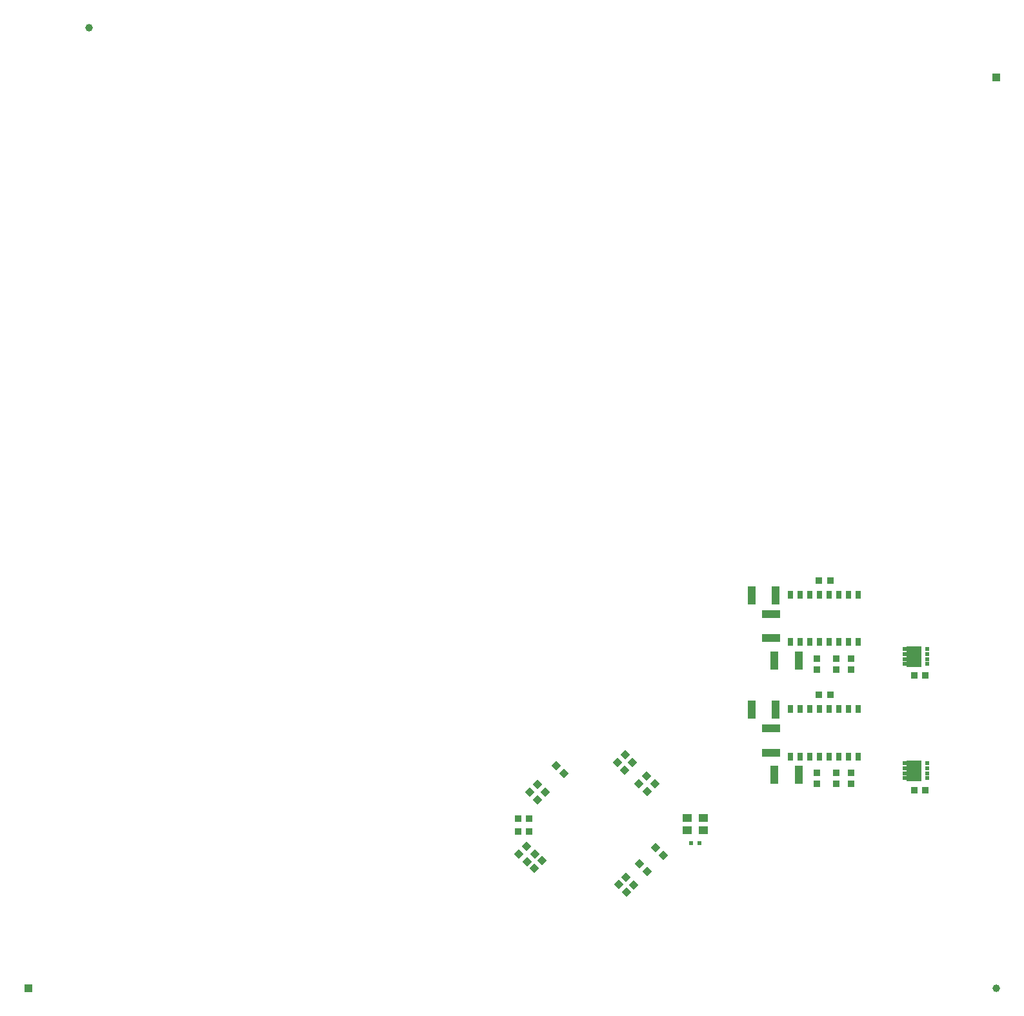
<source format=gbr>
%TF.GenerationSoftware,Altium Limited,Altium Designer,22.1.2 (22)*%
G04 Layer_Color=128*
%FSLAX26Y26*%
%MOIN*%
%TF.SameCoordinates,4DF63D30-2817-4CE9-9CB3-8786E99D956B*%
%TF.FilePolarity,Positive*%
%TF.FileFunction,Paste,Bot*%
%TF.Part,Single*%
G01*
G75*
%TA.AperFunction,SMDPad,CuDef*%
%ADD28R,0.033465X0.035433*%
%ADD29R,0.023622X0.023622*%
%ADD40R,0.035433X0.033465*%
%ADD48R,0.043307X0.094488*%
%TA.AperFunction,FiducialPad,Global*%
%ADD53C,0.039370*%
%ADD54R,0.039370X0.039370*%
%TA.AperFunction,SMDPad,CuDef*%
%ADD88R,0.029921X0.043307*%
%ADD89R,0.018504X0.019685*%
%ADD90R,0.051181X0.043307*%
G04:AMPARAMS|DCode=91|XSize=33.465mil|YSize=35.433mil|CornerRadius=0mil|HoleSize=0mil|Usage=FLASHONLY|Rotation=225.000|XOffset=0mil|YOffset=0mil|HoleType=Round|Shape=Rectangle|*
%AMROTATEDRECTD91*
4,1,4,-0.000696,0.024359,0.024359,-0.000696,0.000696,-0.024359,-0.024359,0.000696,-0.000696,0.024359,0.0*
%
%ADD91ROTATEDRECTD91*%

G04:AMPARAMS|DCode=92|XSize=33.465mil|YSize=35.433mil|CornerRadius=0mil|HoleSize=0mil|Usage=FLASHONLY|Rotation=315.000|XOffset=0mil|YOffset=0mil|HoleType=Round|Shape=Rectangle|*
%AMROTATEDRECTD92*
4,1,4,-0.024359,-0.000696,0.000696,0.024359,0.024359,0.000696,-0.000696,-0.024359,-0.024359,-0.000696,0.0*
%
%ADD92ROTATEDRECTD92*%

%ADD93R,0.094488X0.043307*%
G36*
X5657480Y2112205D02*
X5580709D01*
Y2218504D01*
X5657480D01*
Y2112205D01*
D02*
G37*
G36*
Y2702756D02*
X5580709D01*
Y2809055D01*
X5657480D01*
Y2702756D01*
D02*
G37*
D28*
X5678150Y2066929D02*
D03*
X5621063D02*
D03*
X5678150Y2657480D02*
D03*
X5621063D02*
D03*
X5128937Y2559055D02*
D03*
X5186024D02*
D03*
X5128937Y3149606D02*
D03*
X5186024D02*
D03*
X3573819Y1917323D02*
D03*
X3630905D02*
D03*
X3573819Y1850394D02*
D03*
X3630905D02*
D03*
D29*
X4466535Y1791339D02*
D03*
X4509842D02*
D03*
D40*
X5295276Y2154528D02*
D03*
Y2097441D02*
D03*
X5118110Y2154528D02*
D03*
Y2097441D02*
D03*
X5216535Y2154528D02*
D03*
Y2097441D02*
D03*
X5295276Y2745079D02*
D03*
Y2687992D02*
D03*
X5118110Y2745079D02*
D03*
Y2687992D02*
D03*
X5216535Y2745079D02*
D03*
Y2687992D02*
D03*
D48*
X5023622Y2736220D02*
D03*
X4897638D02*
D03*
X5023622Y2145669D02*
D03*
X4897638D02*
D03*
X4905512Y2480315D02*
D03*
X4779528D02*
D03*
X4905512Y3070866D02*
D03*
X4779528D02*
D03*
D53*
X1358268Y6003937D02*
D03*
X6043307Y1043307D02*
D03*
D54*
Y5748032D02*
D03*
X1043307Y1043307D02*
D03*
D88*
X5332480Y3074803D02*
D03*
X5282480D02*
D03*
X5232480D02*
D03*
X5182480D02*
D03*
X4982480D02*
D03*
X5032480D02*
D03*
X5082480D02*
D03*
X5132480D02*
D03*
X4982480Y2830709D02*
D03*
X5032480D02*
D03*
X5082480D02*
D03*
X5132480D02*
D03*
X5332480D02*
D03*
X5282480D02*
D03*
X5232480D02*
D03*
X5182480D02*
D03*
X5332480Y2484252D02*
D03*
X5282480D02*
D03*
X5232480D02*
D03*
X5182480D02*
D03*
X4982480D02*
D03*
X5032480D02*
D03*
X5082480D02*
D03*
X5132480D02*
D03*
X4982480Y2240157D02*
D03*
X5032480D02*
D03*
X5082480D02*
D03*
X5132480D02*
D03*
X5332480D02*
D03*
X5282480D02*
D03*
X5232480D02*
D03*
X5182480D02*
D03*
D89*
X5571850Y2794291D02*
D03*
X5687992Y2717520D02*
D03*
Y2743110D02*
D03*
Y2768701D02*
D03*
Y2794291D02*
D03*
X5571850Y2768701D02*
D03*
Y2743110D02*
D03*
Y2717520D02*
D03*
Y2203740D02*
D03*
X5687992Y2126968D02*
D03*
Y2152559D02*
D03*
Y2178150D02*
D03*
Y2203740D02*
D03*
X5571850Y2178150D02*
D03*
Y2152559D02*
D03*
Y2126968D02*
D03*
D90*
X4529528Y1922244D02*
D03*
X4446850D02*
D03*
Y1857284D02*
D03*
X4529528D02*
D03*
D91*
X3618608Y1776089D02*
D03*
X3578242Y1735722D02*
D03*
X4239659Y2058557D02*
D03*
X4280026Y2098923D02*
D03*
X4196352Y2097927D02*
D03*
X4236719Y2138293D02*
D03*
X4125486Y2168793D02*
D03*
X4165852Y2209160D02*
D03*
X4086116Y2208163D02*
D03*
X4126482Y2248530D02*
D03*
X3661916Y1736719D02*
D03*
X3621549Y1696352D02*
D03*
X3697349Y1701285D02*
D03*
X3656982Y1660919D02*
D03*
D92*
X4129423Y1614671D02*
D03*
X4169789Y1574305D02*
D03*
X4282966Y1768215D02*
D03*
X4323333Y1727848D02*
D03*
X3811522Y2153045D02*
D03*
X3771155Y2193412D02*
D03*
X3713097Y2054620D02*
D03*
X3672730Y2094986D02*
D03*
X3673727Y2015250D02*
D03*
X3633360Y2055616D02*
D03*
X4200289Y1685537D02*
D03*
X4240656Y1645171D02*
D03*
X4093990Y1579238D02*
D03*
X4134356Y1538872D02*
D03*
D93*
X4881890Y2385827D02*
D03*
Y2259843D02*
D03*
Y2976378D02*
D03*
Y2850394D02*
D03*
%TF.MD5,d50663efcc796f4787c09161357bc257*%
M02*

</source>
